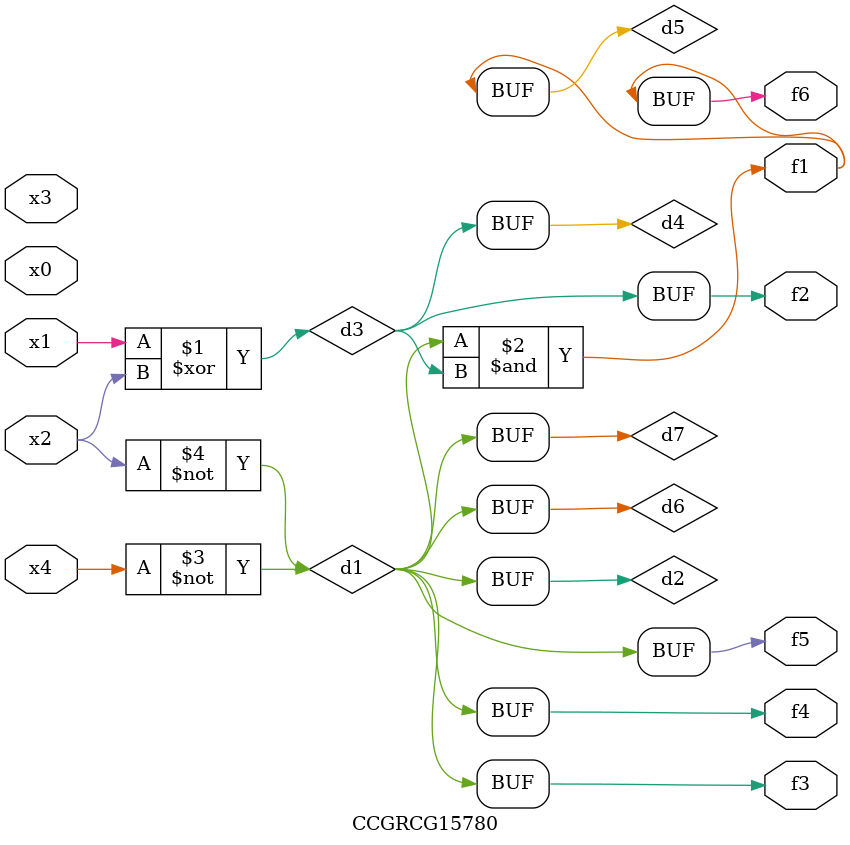
<source format=v>
module CCGRCG15780(
	input x0, x1, x2, x3, x4,
	output f1, f2, f3, f4, f5, f6
);

	wire d1, d2, d3, d4, d5, d6, d7;

	not (d1, x4);
	not (d2, x2);
	xor (d3, x1, x2);
	buf (d4, d3);
	and (d5, d1, d3);
	buf (d6, d1, d2);
	buf (d7, d2);
	assign f1 = d5;
	assign f2 = d4;
	assign f3 = d7;
	assign f4 = d7;
	assign f5 = d7;
	assign f6 = d5;
endmodule

</source>
